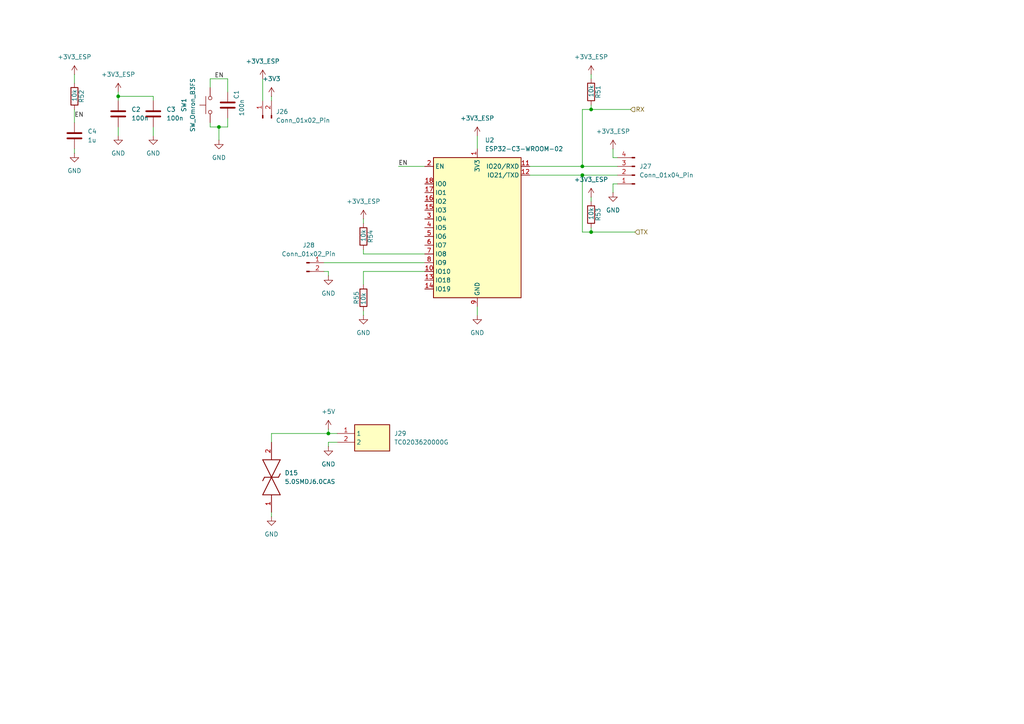
<source format=kicad_sch>
(kicad_sch (version 20231120) (generator "eeschema") (generator_version "8.0")
  (paper "A4")
  (lib_symbols
    (symbol "5_0SMDJ6_0CAS:5.0SMDJ6.0CAS" (pin_names hide)
      (property "Reference" "D" (at 12.7 8.89 0))
      (property "Value" "5.0SMDJ6.0CAS" (at 12.7 6.35 0))
      (symbol "5.0SMDJ6.0CAS_1_1"
        (polyline (pts (xy 5.08 2.54) (xy 5.08 -2.54)) (stroke (width 0.254)))
        (polyline (pts (xy 5.08 2.54) (xy 10.16 0)) (stroke (width 0.254)))
        (polyline (pts (xy 9.144 2.54) (xy 10.16 2.032)) (stroke (width 0.254)))
        (polyline (pts (xy 10.16 -2.032) (xy 10.16 2.032)) (stroke (width 0.254)))
        (polyline (pts (xy 10.16 -2.032) (xy 11.176 -2.54)) (stroke (width 0.254)))
        (polyline (pts (xy 10.16 0) (xy 5.08 -2.54)) (stroke (width 0.254)))
        (polyline (pts (xy 10.16 0) (xy 15.24 -2.54)) (stroke (width 0.254)))
        (polyline (pts (xy 15.24 2.54) (xy 10.16 0)) (stroke (width 0.254)))
        (polyline (pts (xy 15.24 2.54) (xy 15.24 -2.54)) (stroke (width 0.254)))
        (pin passive line (at 0 0 0) (length 5.08) (name "1") (number "1"))
        (pin passive line (at 20.32 0 180) (length 5.08) (name "2") (number "2"))
      )
    )
    (symbol "Connector:Conn_01x02_Pin" (pin_names (offset 1.016) hide)
      (property "Reference" "J" (at 0 2.54 0))
      (property "Value" "Conn_01x02_Pin" (at 0 -5.08 0))
      (symbol "Conn_01x02_Pin_1_1"
        (polyline (pts (xy 1.27 -2.54) (xy 0.8636 -2.54)) (stroke (width 0.1524)))
        (polyline (pts (xy 1.27 0) (xy 0.8636 0)) (stroke (width 0.1524)))
        (rectangle (start 0.8636 -2.413) (end 0 -2.667) (stroke (width 0.1524)) (fill (type outline)))
        (rectangle (start 0.8636 0.127) (end 0 -0.127) (stroke (width 0.1524)) (fill (type outline)))
        (pin passive line (at 5.08 0 180) (length 3.81) (name "Pin_1") (number "1"))
        (pin passive line (at 5.08 -2.54 180) (length 3.81) (name "Pin_2") (number "2"))
      )
    )
    (symbol "Connector:Conn_01x04_Pin" (pin_names (offset 1.016) hide)
      (property "Reference" "J" (at 0 5.08 0))
      (property "Value" "Conn_01x04_Pin" (at 0 -7.62 0))
      (symbol "Conn_01x04_Pin_1_1"
        (polyline (pts (xy 1.27 -5.08) (xy 0.8636 -5.08)) (stroke (width 0.1524)))
        (polyline (pts (xy 1.27 -2.54) (xy 0.8636 -2.54)) (stroke (width 0.1524)))
        (polyline (pts (xy 1.27 0) (xy 0.8636 0)) (stroke (width 0.1524)))
        (polyline (pts (xy 1.27 2.54) (xy 0.8636 2.54)) (stroke (width 0.1524)))
        (rectangle (start 0.8636 -4.953) (end 0 -5.207) (stroke (width 0.1524)) (fill (type outline)))
        (rectangle (start 0.8636 -2.413) (end 0 -2.667) (stroke (width 0.1524)) (fill (type outline)))
        (rectangle (start 0.8636 0.127) (end 0 -0.127) (stroke (width 0.1524)) (fill (type outline)))
        (rectangle (start 0.8636 2.667) (end 0 2.413) (stroke (width 0.1524)) (fill (type outline)))
        (pin passive line (at 5.08 2.54 180) (length 3.81) (name "Pin_1") (number "1"))
        (pin passive line (at 5.08 0 180) (length 3.81) (name "Pin_2") (number "2"))
        (pin passive line (at 5.08 -2.54 180) (length 3.81) (name "Pin_3") (number "3"))
        (pin passive line (at 5.08 -5.08 180) (length 3.81) (name "Pin_4") (number "4"))
      )
    )
    (symbol "Device:C" (pin_numbers hide) (pin_names (offset 0.254))
      (property "Reference" "C" (at 0.635 2.54 0))
      (property "Value" "C" (at 0.635 -2.54 0))
      (symbol "C_0_1"
        (polyline (pts (xy -2.032 -0.762) (xy 2.032 -0.762)) (stroke (width 0.508)))
        (polyline (pts (xy -2.032 0.762) (xy 2.032 0.762)) (stroke (width 0.508)))
      )
      (symbol "C_1_1"
        (pin passive line (at 0 3.81 270) (length 2.794) (name "~") (number "1"))
        (pin passive line (at 0 -3.81 90) (length 2.794) (name "~") (number "2"))
      )
    )
    (symbol "Device:R" (pin_numbers hide) (pin_names (offset 0))
      (property "Reference" "R" (at 2.032 0 90))
      (property "Value" "R" (at 0 0 90))
      (symbol "R_0_1"
        (rectangle (start -1.016 -2.54) (end 1.016 2.54) (stroke (width 0.254)))
      )
      (symbol "R_1_1"
        (pin passive line (at 0 3.81 270) (length 1.27) (name "~") (number "1"))
        (pin passive line (at 0 -3.81 90) (length 1.27) (name "~") (number "2"))
      )
    )
    (symbol "RF_Module:ESP32-C3-WROOM-02"
      (property "Reference" "U" (at -12.192 21.336 0))
      (property "Value" "ESP32-C3-WROOM-02" (at 12.192 21.336 0))
      (symbol "ESP32-C3-WROOM-02_1_1"
        (rectangle (start -12.7 20.32) (end 12.7 -20.32) (stroke (width 0.254)) (fill (type background)))
        (pin power_in line (at 0 22.86 270) (length 2.54) (name "3V3") (number "1"))
        (pin bidirectional line (at -15.24 -12.7 0) (length 2.54) (name "IO10") (number "10"))
        (pin bidirectional line (at 15.24 17.78 180) (length 2.54) (name "IO20/RXD") (number "11"))
        (pin bidirectional line (at 15.24 15.24 180) (length 2.54) (name "IO21/TXD") (number "12"))
        (pin bidirectional line (at -15.24 -15.24 0) (length 2.54) (name "IO18") (number "13"))
        (pin bidirectional line (at -15.24 -17.78 0) (length 2.54) (name "IO19") (number "14"))
        (pin bidirectional line (at -15.24 5.08 0) (length 2.54) (name "IO3") (number "15"))
        (pin bidirectional line (at -15.24 7.62 0) (length 2.54) (name "IO2") (number "16"))
        (pin bidirectional line (at -15.24 10.16 0) (length 2.54) (name "IO1") (number "17"))
        (pin bidirectional line (at -15.24 12.7 0) (length 2.54) (name "IO0") (number "18"))
        (pin passive line (at 0 -22.86 90) (length 2.54) hide (name "GND") (number "19"))
        (pin input line (at -15.24 17.78 0) (length 2.54) (name "EN") (number "2"))
        (pin bidirectional line (at -15.24 2.54 0) (length 2.54) (name "IO4") (number "3"))
        (pin bidirectional line (at -15.24 0 0) (length 2.54) (name "IO5") (number "4"))
        (pin bidirectional line (at -15.24 -2.54 0) (length 2.54) (name "IO6") (number "5"))
        (pin bidirectional line (at -15.24 -5.08 0) (length 2.54) (name "IO7") (number "6"))
        (pin bidirectional line (at -15.24 -7.62 0) (length 2.54) (name "IO8") (number "7"))
        (pin bidirectional line (at -15.24 -10.16 0) (length 2.54) (name "IO9") (number "8"))
        (pin power_in line (at 0 -22.86 90) (length 2.54) (name "GND") (number "9"))
      )
    )
    (symbol "Switch:SW_Omron_B3FS" (pin_numbers hide) (pin_names (offset 1.016) hide)
      (property "Reference" "SW" (at 1.27 2.54 0))
      (property "Value" "SW_Omron_B3FS" (at 0 -1.524 0))
      (symbol "SW_Omron_B3FS_0_1"
        (circle (center -2.032 0) (radius 0.508))
        (polyline (pts (xy 0 1.27) (xy 0 3.048)))
        (polyline (pts (xy 2.54 1.27) (xy -2.54 1.27)))
        (circle (center 2.032 0) (radius 0.508))
        (pin passive line (at -5.08 0 0) (length 2.54) (name "1") (number "1"))
        (pin passive line (at 5.08 0 180) (length 2.54) (name "2") (number "2"))
      )
    )
    (symbol "TC0203620000G:TC0203620000G"
      (property "Reference" "J" (at 16.51 7.62 0))
      (property "Value" "TC0203620000G" (at 16.51 5.08 0))
      (symbol "TC0203620000G_1_1"
        (rectangle (start 5.08 2.54) (end 15.24 -5.08) (stroke (width 0.254)) (fill (type background)))
        (pin passive line (at 0 0 0) (length 5.08) (name "1") (number "1"))
        (pin passive line (at 0 -2.54 0) (length 5.08) (name "2") (number "2"))
      )
    )
    (symbol "power:+3V3" (power) (pin_numbers hide) (pin_names (offset 0) hide)
      (property "Value" "+3V3" (at 0 3.556 0))
      (symbol "+3V3_0_1"
        (polyline (pts (xy -0.762 1.27) (xy 0 2.54)))
        (polyline (pts (xy 0 0) (xy 0 2.54)))
        (polyline (pts (xy 0 2.54) (xy 0.762 1.27)))
      )
      (symbol "+3V3_1_1"
        (pin power_in line (at 0 0 90) (length 0) (name "~") (number "1"))
      )
    )
    (symbol "power:GND" (power) (pin_numbers hide) (pin_names (offset 0) hide)
      (property "Value" "GND" (at 0 -3.81 0))
      (symbol "GND_0_1"
        (polyline (pts (xy 0 0) (xy 0 -1.27) (xy 1.27 -1.27) (xy 0 -2.54) (xy -1.27 -1.27) (xy 0 -1.27)))
      )
      (symbol "GND_1_1"
        (pin power_in line (at 0 0 270) (length 0) (name "~") (number "1"))
      )
    )
  )
  (junction (at 168.91 48.26))
  (junction (at 63.5 36.83))
  (junction (at 95.25 125.73))
  (junction (at 34.29 27.94))
  (junction (at 168.91 50.8))
  (junction (at 171.45 31.75))
  (junction (at 171.45 67.31))
  (wire (pts (xy 115.57 48.26) (xy 123.19 48.26)))
  (wire (pts (xy 153.67 50.8) (xy 168.91 50.8)))
  (wire (pts (xy 168.91 67.31) (xy 171.45 67.31)))
  (wire (pts (xy 34.29 27.94) (xy 44.45 27.94)))
  (wire (pts (xy 171.45 67.31) (xy 184.15 67.31)))
  (wire (pts (xy 34.29 26.67) (xy 34.29 27.94)))
  (wire (pts (xy 21.59 21.59) (xy 21.59 24.13)))
  (wire (pts (xy 138.43 39.37) (xy 138.43 43.18)))
  (wire (pts (xy 63.5 36.83) (xy 63.5 40.64)))
  (wire (pts (xy 76.2 22.86) (xy 76.2 29.21)))
  (wire (pts (xy 179.07 53.34) (xy 177.8 53.34)))
  (wire (pts (xy 171.45 31.75) (xy 182.88 31.75)))
  (wire (pts (xy 60.96 35.56) (xy 60.96 36.83)))
  (wire (pts (xy 105.41 63.5) (xy 105.41 64.77)))
  (wire (pts (xy 63.5 36.83) (xy 66.04 36.83)))
  (wire (pts (xy 153.67 48.26) (xy 168.91 48.26)))
  (wire (pts (xy 97.79 128.27) (xy 95.25 128.27)))
  (wire (pts (xy 105.41 78.74) (xy 105.41 82.55)))
  (wire (pts (xy 105.41 90.17) (xy 105.41 91.44)))
  (wire (pts (xy 177.8 43.18) (xy 177.8 45.72)))
  (wire (pts (xy 66.04 22.86) (xy 66.04 26.67)))
  (wire (pts (xy 95.25 78.74) (xy 95.25 80.01)))
  (wire (pts (xy 60.96 22.86) (xy 66.04 22.86)))
  (wire (pts (xy 93.98 78.74) (xy 95.25 78.74)))
  (wire (pts (xy 44.45 29.21) (xy 44.45 27.94)))
  (wire (pts (xy 21.59 43.18) (xy 21.59 44.45)))
  (wire (pts (xy 78.74 128.27) (xy 78.74 125.73)))
  (wire (pts (xy 168.91 50.8) (xy 179.07 50.8)))
  (wire (pts (xy 177.8 53.34) (xy 177.8 55.88)))
  (wire (pts (xy 34.29 27.94) (xy 34.29 29.21)))
  (wire (pts (xy 60.96 36.83) (xy 63.5 36.83)))
  (wire (pts (xy 21.59 31.75) (xy 21.59 35.56)))
  (wire (pts (xy 44.45 36.83) (xy 44.45 39.37)))
  (wire (pts (xy 78.74 29.21) (xy 78.74 27.94)))
  (wire (pts (xy 105.41 73.66) (xy 123.19 73.66)))
  (wire (pts (xy 95.25 128.27) (xy 95.25 129.54)))
  (wire (pts (xy 95.25 125.73) (xy 97.79 125.73)))
  (wire (pts (xy 78.74 148.59) (xy 78.74 149.86)))
  (wire (pts (xy 168.91 50.8) (xy 168.91 67.31)))
  (wire (pts (xy 168.91 31.75) (xy 171.45 31.75)))
  (wire (pts (xy 34.29 36.83) (xy 34.29 39.37)))
  (wire (pts (xy 105.41 72.39) (xy 105.41 73.66)))
  (wire (pts (xy 66.04 36.83) (xy 66.04 34.29)))
  (wire (pts (xy 171.45 57.15) (xy 171.45 58.42)))
  (wire (pts (xy 78.74 125.73) (xy 95.25 125.73)))
  (wire (pts (xy 123.19 78.74) (xy 105.41 78.74)))
  (wire (pts (xy 171.45 30.48) (xy 171.45 31.75)))
  (wire (pts (xy 177.8 45.72) (xy 179.07 45.72)))
  (wire (pts (xy 95.25 124.46) (xy 95.25 125.73)))
  (wire (pts (xy 138.43 88.9) (xy 138.43 91.44)))
  (wire (pts (xy 168.91 48.26) (xy 168.91 31.75)))
  (wire (pts (xy 93.98 76.2) (xy 123.19 76.2)))
  (wire (pts (xy 168.91 48.26) (xy 179.07 48.26)))
  (wire (pts (xy 171.45 66.04) (xy 171.45 67.31)))
  (wire (pts (xy 171.45 21.59) (xy 171.45 22.86)))
  (wire (pts (xy 60.96 25.4) (xy 60.96 22.86)))
  (label "EN" (at 115.57 48.26 0))
  (label "EN" (at 62.23 22.86 0))
  (label "EN" (at 21.59 34.29 0))
  (hierarchical_label "RX" (shape input) (at 182.88 31.75 0))
  (hierarchical_label "TX" (shape input) (at 184.15 67.31 0))
  (symbol (lib_id "Connector:Conn_01x04_Pin") (at 184.15 50.8 180) (unit 1)
    (property "Reference" "J27" (at 185.42 48.2599 0) (effects (justify right)))
    (property "Value" "Conn_01x04_Pin" (at 185.42 50.7999 0) (effects (justify right)))
    (property "Footprint" "Connector_PinHeader_1.27mm:PinHeader_1x04_P1.27mm_Vertical" (effects (hide yes)))
    (property "Description" "Generic connector, single row, 01x04, script generated" (effects (hide yes)))
  )
  (symbol (lib_id "power:GND") (at 95.25 80.01 0) (unit 1)
    (property "Reference" "#PWR0114" (effects (hide yes)))
    (property "Value" "GND" (at 95.25 85.09 0))
    (property "Description" "Power symbol creates a global label with name \"GND\" , ground" (effects (hide yes)))
  )
  (symbol (lib_id "power:GND") (at 138.43 91.44 0) (unit 1)
    (property "Reference" "#PWR0116" (effects (hide yes)))
    (property "Value" "GND" (at 138.43 96.52 0))
    (property "Description" "Power symbol creates a global label with name \"GND\" , ground" (effects (hide yes)))
  )
  (symbol (lib_id "power:GND") (at 21.59 44.45 0) (unit 1)
    (property "Reference" "#PWR0110" (effects (hide yes)))
    (property "Value" "GND" (at 21.59 49.53 0))
    (property "Description" "Power symbol creates a global label with name \"GND\" , ground" (effects (hide yes)))
  )
  (symbol (lib_id "power:+3V3") (at 21.59 21.59 0) (unit 1)
    (property "Reference" "#PWR0100" (effects (hide yes)))
    (property "Value" "+3V3_ESP" (at 21.59 16.51 0))
    (property "Description" "Power symbol creates a global label with name \"+3V3\"" (effects (hide yes)))
  )
  (symbol (lib_id "power:GND") (at 63.5 40.64 0) (unit 1)
    (property "Reference" "#PWR0108" (effects (hide yes)))
    (property "Value" "GND" (at 63.5 45.72 0))
    (property "Description" "Power symbol creates a global label with name \"GND\" , ground" (effects (hide yes)))
  )
  (symbol (lib_id "Device:R") (at 21.59 27.94 0) (unit 1)
    (property "Reference" "R52" (at 23.622 27.94 90))
    (property "Value" "10k" (at 21.59 27.686 90))
    (property "Footprint" "Resistor_SMD:R_0603_1608Metric" (effects (hide yes)))
    (property "Description" "Resistor" (effects (hide yes)))
  )
  (symbol (lib_id "power:+3V3") (at 105.41 63.5 0) (unit 1)
    (property "Reference" "#PWR0113" (effects (hide yes)))
    (property "Value" "+3V3_ESP" (at 105.41 58.42 0))
    (property "Description" "Power symbol creates a global label with name \"+3V3\"" (effects (hide yes)))
  )
  (symbol (lib_id "Device:R") (at 171.45 26.67 0) (unit 1)
    (property "Reference" "R51" (at 173.482 26.67 90))
    (property "Value" "10k" (at 171.45 26.416 90))
    (property "Footprint" "Resistor_SMD:R_0603_1608Metric" (effects (hide yes)))
    (property "Description" "Resistor" (effects (hide yes)))
  )
  (symbol (lib_id "TC0203620000G:TC0203620000G") (at 97.79 125.73 0) (unit 1)
    (property "Reference" "J29" (at 114.3 125.7299 0) (effects (justify left)))
    (property "Value" "TC0203620000G" (at 114.3 128.2699 0) (effects (justify left)))
    (property "Footprint" "TC0203620000G" (effects (hide yes)))
    (property "Datasheet" "https://componentsearchengine.com/Datasheets/1/TC0203620000G.pdf" (effects (hide yes)))
    (property "Description" "Fixed Terminal Blocks 500 TB WIR PRO 180D" (effects (hide yes)))
    (property "Height" "10.5" (effects (hide yes)))
    (property "Mouser Part Number" "649-TC02036200J0G" (effects (hide yes)))
    (property "Mouser Price/Stock" "https://www.mouser.co.uk/ProductDetail/Amphenol-Anytek/TC0203620000G?qs=Mv7BduZupUiHURQaUHJ1XQ%3D%3D" (effects (hide yes)))
    (property "Manufacturer_Name" "Amphenol" (effects (hide yes)))
    (property "Manufacturer_Part_Number" "TC0203620000G" (effects (hide yes)))
  )
  (symbol (lib_id "power:+3V3") (at 34.29 26.67 0) (unit 1)
    (property "Reference" "#PWR0103" (effects (hide yes)))
    (property "Value" "+3V3_ESP" (at 34.29 21.59 0))
    (property "Description" "Power symbol creates a global label with name \"+3V3\"" (effects (hide yes)))
  )
  (symbol (lib_id "Device:C") (at 66.04 30.48 0) (unit 1)
    (property "Reference" "C1" (at 68.58 27.432 90))
    (property "Value" "100n" (at 70.104 31.242 90))
    (property "Footprint" "Capacitor_SMD:C_0603_1608Metric" (effects (hide yes)))
    (property "Description" "Unpolarized capacitor" (effects (hide yes)))
  )
  (symbol (lib_id "Device:R") (at 105.41 86.36 180) (unit 1)
    (property "Reference" "R55" (at 103.378 86.36 90))
    (property "Value" "10k" (at 105.41 86.614 90))
    (property "Footprint" "Resistor_SMD:R_0603_1608Metric" (effects (hide yes)))
    (property "Description" "Resistor" (effects (hide yes)))
  )
  (symbol (lib_id "power:GND") (at 105.41 91.44 0) (unit 1)
    (property "Reference" "#PWR0115" (effects (hide yes)))
    (property "Value" "GND" (at 105.41 96.52 0))
    (property "Description" "Power symbol creates a global label with name \"GND\" , ground" (effects (hide yes)))
  )
  (symbol (lib_id "power:GND") (at 34.29 39.37 0) (unit 1)
    (property "Reference" "#PWR0105" (effects (hide yes)))
    (property "Value" "GND" (at 34.29 44.45 0))
    (property "Description" "Power symbol creates a global label with name \"GND\" , ground" (effects (hide yes)))
  )
  (symbol (lib_id "power:+3V3") (at 177.8 43.18 0) (unit 1)
    (property "Reference" "#PWR0109" (effects (hide yes)))
    (property "Value" "+3V3_ESP" (at 177.8 38.1 0))
    (property "Description" "Power symbol creates a global label with name \"+3V3\"" (effects (hide yes)))
  )
  (symbol (lib_id "power:+3V3") (at 78.74 27.94 0) (unit 1)
    (property "Reference" "#PWR0104" (effects (hide yes)))
    (property "Value" "+3V3" (at 78.74 22.86 0))
    (property "Description" "Power symbol creates a global label with name \"+3V3\"" (effects (hide yes)))
  )
  (symbol (lib_id "Device:R") (at 105.41 68.58 0) (unit 1)
    (property "Reference" "R54" (at 107.442 68.58 90))
    (property "Value" "10k" (at 105.41 68.326 90))
    (property "Footprint" "Resistor_SMD:R_0603_1608Metric" (effects (hide yes)))
    (property "Description" "Resistor" (effects (hide yes)))
  )
  (symbol (lib_id "Switch:SW_Omron_B3FS") (at 60.96 30.48 90) (unit 1)
    (property "Reference" "SW1" (at 53.34 30.48 0))
    (property "Value" "SW_Omron_B3FS" (at 55.88 30.48 0))
    (property "Footprint" "Button_Switch_SMD:SW_SPST_Omron_B3FS-105xP" (effects (hide yes)))
    (property "Datasheet" "https://omronfs.omron.com/en_US/ecb/products/pdf/en-b3fs.pdf" (effects (hide yes)))
    (property "Description" "Omron B3FS 6x6mm single pole normally-open tactile switch" (effects (hide yes)))
  )
  (symbol (lib_id "power:+3V3") (at 171.45 21.59 0) (unit 1)
    (property "Reference" "#PWR0101" (effects (hide yes)))
    (property "Value" "+3V3_ESP" (at 171.45 16.51 0))
    (property "Description" "Power symbol creates a global label with name \"+3V3\"" (effects (hide yes)))
  )
  (symbol (lib_id "power:GND") (at 44.45 39.37 0) (unit 1)
    (property "Reference" "#PWR0106" (effects (hide yes)))
    (property "Value" "GND" (at 44.45 44.45 0))
    (property "Description" "Power symbol creates a global label with name \"GND\" , ground" (effects (hide yes)))
  )
  (symbol (lib_id "power:+3V3") (at 138.43 39.37 0) (unit 1)
    (property "Reference" "#PWR0107" (effects (hide yes)))
    (property "Value" "+3V3_ESP" (at 138.43 34.29 0))
    (property "Description" "Power symbol creates a global label with name \"+3V3\"" (effects (hide yes)))
  )
  (symbol (lib_id "power:+3V3") (at 95.25 124.46 0) (unit 1)
    (property "Reference" "#PWR0117" (effects (hide yes)))
    (property "Value" "+5V" (at 95.25 119.38 0))
    (property "Description" "Power symbol creates a global label with name \"+3V3\"" (effects (hide yes)))
  )
  (symbol (lib_id "Connector:Conn_01x02_Pin") (at 88.9 76.2 0) (unit 1)
    (property "Reference" "J28" (at 89.535 71.12 0))
    (property "Value" "Conn_01x02_Pin" (at 89.535 73.66 0))
    (property "Footprint" "Connector_PinHeader_1.27mm:PinHeader_1x02_P1.27mm_Vertical" (effects (hide yes)))
    (property "Description" "Generic connector, single row, 01x02, script generated" (effects (hide yes)))
  )
  (symbol (lib_id "Device:C") (at 34.29 33.02 0) (unit 1)
    (property "Reference" "C2" (at 38.1 31.7499 0) (effects (justify left)))
    (property "Value" "100n" (at 38.1 34.2899 0) (effects (justify left)))
    (property "Footprint" "Capacitor_SMD:C_0603_1608Metric" (effects (hide yes)))
    (property "Description" "Unpolarized capacitor" (effects (hide yes)))
  )
  (symbol (lib_id "power:GND") (at 78.74 149.86 0) (unit 1)
    (property "Reference" "#PWR0119" (effects (hide yes)))
    (property "Value" "GND" (at 78.74 154.94 0))
    (property "Description" "Power symbol creates a global label with name \"GND\" , ground" (effects (hide yes)))
  )
  (symbol (lib_id "RF_Module:ESP32-C3-WROOM-02") (at 138.43 66.04 0) (unit 1)
    (property "Reference" "U2" (at 140.6241 40.64 0) (effects (justify left)))
    (property "Value" "ESP32-C3-WROOM-02" (at 140.6241 43.18 0) (effects (justify left)))
    (property "Footprint" "RF_Module:ESP32-C3-WROOM-02" (effects (hide yes)))
    (property "Datasheet" "https://www.espressif.com/sites/default/files/documentation/esp32-c3-wroom-02_datasheet_en.pdf" (effects (hide yes)))
    (property "Description" "802.11 b/g/n Wi­Fi and Bluetooth 5 module, ESP32­C3 SoC, RISC­V microprocessor, On-board antenna" (effects (hide yes)))
  )
  (symbol (lib_id "Device:R") (at 171.45 62.23 0) (unit 1)
    (property "Reference" "R53" (at 173.482 62.23 90))
    (property "Value" "10k" (at 171.45 61.976 90))
    (property "Footprint" "Resistor_SMD:R_0603_1608Metric" (effects (hide yes)))
    (property "Description" "Resistor" (effects (hide yes)))
  )
  (symbol (lib_id "power:GND") (at 177.8 55.88 0) (unit 1)
    (property "Reference" "#PWR0111" (effects (hide yes)))
    (property "Value" "GND" (at 177.8 60.96 0))
    (property "Description" "Power symbol creates a global label with name \"GND\" , ground" (effects (hide yes)))
  )
  (symbol (lib_id "5_0SMDJ6_0CAS:5.0SMDJ6.0CAS") (at 78.74 148.59 90) (unit 1)
    (property "Reference" "D15" (at 82.55 137.1599 90) (effects (justify right)))
    (property "Value" "5.0SMDJ6.0CAS" (at 82.55 139.6999 90) (effects (justify right)))
    (property "Footprint" "5_0SMDJ6_0CAS:DIONM7959X262N" (effects (hide yes)))
    (property "Datasheet" "https://www.littelfuse.com/media?resourcetype=datasheets&itemid=23e4c79c-49e8-4c37-8c02-f83eb84de418&filename=littelfuse-tvs-diode-5-0smdjxxs-datasheet" (effects (hide yes)))
    (property "Description" "The 5.0SMDJxxS series, single chip design is designed specifically to protect sensitive electronic equipment from voltage transients induced by lightning and other transient voltage events, Bi-directional" (effects (hide yes)))
    (property "Height" "2.62" (effects (hide yes)))
    (property "Mouser Part Number" "576-5.0SMDJ6.0CAS" (effects (hide yes)))
    (property "Mouser Price/Stock" "https://www.mouser.co.uk/ProductDetail/Littelfuse/50SMDJ60CAS/?qs=u4fy%2FsgLU9N%252BHoqPQuqHrg%3D%3D" (effects (hide yes)))
    (property "Manufacturer_Name" "LITTELFUSE" (effects (hide yes)))
    (property "Manufacturer_Part_Number" "5.0SMDJ6.0CAS" (effects (hide yes)))
  )
  (symbol (lib_id "Device:C") (at 21.59 39.37 0) (unit 1)
    (property "Reference" "C4" (at 25.4 38.0999 0) (effects (justify left)))
    (property "Value" "1u" (at 25.4 40.6399 0) (effects (justify left)))
    (property "Footprint" "Capacitor_SMD:C_0603_1608Metric" (effects (hide yes)))
    (property "Description" "Unpolarized capacitor" (effects (hide yes)))
  )
  (symbol (lib_id "power:+3V3") (at 171.45 57.15 0) (unit 1)
    (property "Reference" "#PWR0112" (effects (hide yes)))
    (property "Value" "+3V3_ESP" (at 171.45 52.07 0))
    (property "Description" "Power symbol creates a global label with name \"+3V3\"" (effects (hide yes)))
  )
  (symbol (lib_id "Device:C") (at 44.45 33.02 0) (unit 1)
    (property "Reference" "C3" (at 48.26 31.7499 0) (effects (justify left)))
    (property "Value" "100n" (at 48.26 34.2899 0) (effects (justify left)))
    (property "Footprint" "Capacitor_SMD:C_0603_1608Metric" (effects (hide yes)))
    (property "Description" "Unpolarized capacitor" (effects (hide yes)))
  )
  (symbol (lib_id "power:+3V3") (at 76.2 22.86 0) (unit 1)
    (property "Reference" "#PWR0102" (effects (hide yes)))
    (property "Value" "+3V3_ESP" (at 76.2 17.78 0))
    (property "Description" "Power symbol creates a global label with name \"+3V3\"" (effects (hide yes)))
  )
  (symbol (lib_id "power:GND") (at 95.25 129.54 0) (unit 1)
    (property "Reference" "#PWR0118" (effects (hide yes)))
    (property "Value" "GND" (at 95.25 134.62 0))
    (property "Description" "Power symbol creates a global label with name \"GND\" , ground" (effects (hide yes)))
  )
  (symbol (lib_id "Connector:Conn_01x02_Pin") (at 76.2 34.29 90) (unit 1)
    (property "Reference" "J26" (at 80.01 32.3849 90) (effects (justify right)))
    (property "Value" "Conn_01x02_Pin" (at 80.01 34.9249 90) (effects (justify right)))
    (property "Footprint" "Connector_PinHeader_1.27mm:PinHeader_1x02_P1.27mm_Vertical" (effects (hide yes)))
    (property "Description" "Generic connector, single row, 01x02, script generated" (effects (hide yes)))
  )
)
</source>
